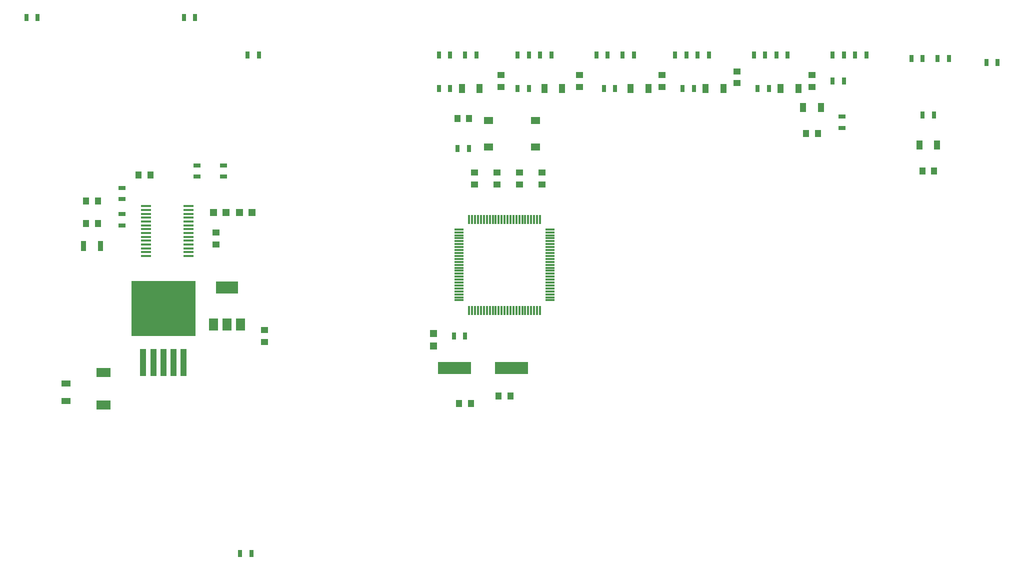
<source format=gbr>
G04 #@! TF.FileFunction,Paste,Top*
%FSLAX46Y46*%
G04 Gerber Fmt 4.6, Leading zero omitted, Abs format (unit mm)*
G04 Created by KiCad (PCBNEW 4.0.6) date 2017 August 14, Monday 10:36:18*
%MOMM*%
%LPD*%
G01*
G04 APERTURE LIST*
%ADD10C,0.100000*%
%ADD11R,1.500000X0.300000*%
%ADD12R,0.300000X1.500000*%
%ADD13R,1.250000X1.000000*%
%ADD14R,1.000000X1.250000*%
%ADD15R,1.600000X1.000000*%
%ADD16R,1.198880X1.198880*%
%ADD17R,1.000000X1.600000*%
%ADD18R,0.900000X1.700000*%
%ADD19R,2.400000X1.500000*%
%ADD20R,0.700000X1.300000*%
%ADD21R,1.300000X0.700000*%
%ADD22R,1.550000X1.300000*%
%ADD23R,1.100000X4.600000*%
%ADD24R,10.800000X9.400000*%
%ADD25R,3.800000X2.000000*%
%ADD26R,1.500000X2.000000*%
%ADD27R,1.750000X0.450000*%
%ADD28R,5.600700X2.100580*%
G04 APERTURE END LIST*
D10*
D11*
X122475000Y-75915000D03*
X122475000Y-76415000D03*
X122475000Y-76915000D03*
X122475000Y-77415000D03*
X122475000Y-77915000D03*
X122475000Y-78415000D03*
X122475000Y-78915000D03*
X122475000Y-79415000D03*
X122475000Y-79915000D03*
X122475000Y-80415000D03*
X122475000Y-80915000D03*
X122475000Y-81415000D03*
X122475000Y-81915000D03*
X122475000Y-82415000D03*
X122475000Y-82915000D03*
X122475000Y-83415000D03*
X122475000Y-83915000D03*
X122475000Y-84415000D03*
X122475000Y-84915000D03*
X122475000Y-85415000D03*
X122475000Y-85915000D03*
X122475000Y-86415000D03*
X122475000Y-86915000D03*
X122475000Y-87415000D03*
X122475000Y-87915000D03*
D12*
X124175000Y-89615000D03*
X124675000Y-89615000D03*
X125175000Y-89615000D03*
X125675000Y-89615000D03*
X126175000Y-89615000D03*
X126675000Y-89615000D03*
X127175000Y-89615000D03*
X127675000Y-89615000D03*
X128175000Y-89615000D03*
X128675000Y-89615000D03*
X129175000Y-89615000D03*
X129675000Y-89615000D03*
X130175000Y-89615000D03*
X130675000Y-89615000D03*
X131175000Y-89615000D03*
X131675000Y-89615000D03*
X132175000Y-89615000D03*
X132675000Y-89615000D03*
X133175000Y-89615000D03*
X133675000Y-89615000D03*
X134175000Y-89615000D03*
X134675000Y-89615000D03*
X135175000Y-89615000D03*
X135675000Y-89615000D03*
X136175000Y-89615000D03*
D11*
X137875000Y-87915000D03*
X137875000Y-87415000D03*
X137875000Y-86915000D03*
X137875000Y-86415000D03*
X137875000Y-85915000D03*
X137875000Y-85415000D03*
X137875000Y-84915000D03*
X137875000Y-84415000D03*
X137875000Y-83915000D03*
X137875000Y-83415000D03*
X137875000Y-82915000D03*
X137875000Y-82415000D03*
X137875000Y-81915000D03*
X137875000Y-81415000D03*
X137875000Y-80915000D03*
X137875000Y-80415000D03*
X137875000Y-79915000D03*
X137875000Y-79415000D03*
X137875000Y-78915000D03*
X137875000Y-78415000D03*
X137875000Y-77915000D03*
X137875000Y-77415000D03*
X137875000Y-76915000D03*
X137875000Y-76415000D03*
X137875000Y-75915000D03*
D12*
X136175000Y-74215000D03*
X135675000Y-74215000D03*
X135175000Y-74215000D03*
X134675000Y-74215000D03*
X134175000Y-74215000D03*
X133675000Y-74215000D03*
X133175000Y-74215000D03*
X132675000Y-74215000D03*
X132175000Y-74215000D03*
X131675000Y-74215000D03*
X131175000Y-74215000D03*
X130675000Y-74215000D03*
X130175000Y-74215000D03*
X129675000Y-74215000D03*
X129175000Y-74215000D03*
X128675000Y-74215000D03*
X128175000Y-74215000D03*
X127675000Y-74215000D03*
X127175000Y-74215000D03*
X126675000Y-74215000D03*
X126175000Y-74215000D03*
X125675000Y-74215000D03*
X125175000Y-74215000D03*
X124675000Y-74215000D03*
X124175000Y-74215000D03*
D13*
X89535000Y-92980000D03*
X89535000Y-94980000D03*
D14*
X122460000Y-105410000D03*
X124460000Y-105410000D03*
X131175000Y-104140000D03*
X129175000Y-104140000D03*
X124190000Y-57150000D03*
X122190000Y-57150000D03*
D13*
X125095000Y-68310000D03*
X125095000Y-66310000D03*
X136525000Y-68310000D03*
X136525000Y-66310000D03*
X132715000Y-68310000D03*
X132715000Y-66310000D03*
X128905000Y-68310000D03*
X128905000Y-66310000D03*
X81280000Y-78470000D03*
X81280000Y-76470000D03*
D14*
X59325000Y-74930000D03*
X61325000Y-74930000D03*
X59325000Y-71120000D03*
X61325000Y-71120000D03*
X70215000Y-66675000D03*
X68215000Y-66675000D03*
D13*
X129540000Y-51800000D03*
X129540000Y-49800000D03*
X142875000Y-49800000D03*
X142875000Y-51800000D03*
X156845000Y-49800000D03*
X156845000Y-51800000D03*
X169545000Y-49165000D03*
X169545000Y-51165000D03*
X182245000Y-49800000D03*
X182245000Y-51800000D03*
D14*
X200930000Y-66040000D03*
X202930000Y-66040000D03*
X183245000Y-59690000D03*
X181245000Y-59690000D03*
D15*
X55880000Y-105005000D03*
X55880000Y-102005000D03*
D16*
X118110000Y-93565980D03*
X118110000Y-95664020D03*
X87409020Y-73025000D03*
X85310980Y-73025000D03*
X82964020Y-73025000D03*
X80865980Y-73025000D03*
D17*
X122960000Y-52070000D03*
X125960000Y-52070000D03*
X136930000Y-52070000D03*
X139930000Y-52070000D03*
X151535000Y-52070000D03*
X154535000Y-52070000D03*
X164235000Y-52070000D03*
X167235000Y-52070000D03*
X176935000Y-52070000D03*
X179935000Y-52070000D03*
X200430000Y-61595000D03*
X203430000Y-61595000D03*
X183745000Y-55245000D03*
X180745000Y-55245000D03*
D18*
X61775000Y-78740000D03*
X58875000Y-78740000D03*
D19*
X62230000Y-100120000D03*
X62230000Y-105620000D03*
D20*
X51115000Y-40005000D03*
X49215000Y-40005000D03*
X77785000Y-40005000D03*
X75885000Y-40005000D03*
X86680000Y-46355000D03*
X88580000Y-46355000D03*
X122240000Y-62230000D03*
X124140000Y-62230000D03*
X123505000Y-93980000D03*
X121605000Y-93980000D03*
X87310000Y-130810000D03*
X85410000Y-130810000D03*
D21*
X82550000Y-65090000D03*
X82550000Y-66990000D03*
X65405000Y-73345000D03*
X65405000Y-75245000D03*
X78105000Y-65090000D03*
X78105000Y-66990000D03*
X65405000Y-68900000D03*
X65405000Y-70800000D03*
D20*
X125410000Y-46355000D03*
X123510000Y-46355000D03*
X120965000Y-46355000D03*
X119065000Y-46355000D03*
X138110000Y-46355000D03*
X136210000Y-46355000D03*
X134300000Y-46355000D03*
X132400000Y-46355000D03*
X152080000Y-46355000D03*
X150180000Y-46355000D03*
X147635000Y-46355000D03*
X145735000Y-46355000D03*
X164780000Y-46355000D03*
X162880000Y-46355000D03*
X160970000Y-46355000D03*
X159070000Y-46355000D03*
X178115000Y-46355000D03*
X176215000Y-46355000D03*
X174305000Y-46355000D03*
X172405000Y-46355000D03*
X119065000Y-52070000D03*
X120965000Y-52070000D03*
X132400000Y-52070000D03*
X134300000Y-52070000D03*
X147005000Y-52070000D03*
X148905000Y-52070000D03*
X160340000Y-52070000D03*
X162240000Y-52070000D03*
X173040000Y-52070000D03*
X174940000Y-52070000D03*
X205420000Y-46990000D03*
X203520000Y-46990000D03*
X200975000Y-46990000D03*
X199075000Y-46990000D03*
X191450000Y-46355000D03*
X189550000Y-46355000D03*
X187640000Y-46355000D03*
X185740000Y-46355000D03*
X213675000Y-47625000D03*
X211775000Y-47625000D03*
X187640000Y-50800000D03*
X185740000Y-50800000D03*
X200980000Y-56515000D03*
X202880000Y-56515000D03*
D21*
X187325000Y-58735000D03*
X187325000Y-56835000D03*
D22*
X127470000Y-57440000D03*
X135420000Y-57440000D03*
X127470000Y-61940000D03*
X135420000Y-61940000D03*
D23*
X75790000Y-98425000D03*
X74090000Y-98425000D03*
X70690000Y-98425000D03*
D24*
X72390000Y-89275000D03*
D23*
X72390000Y-98425000D03*
X68990000Y-98425000D03*
D25*
X83185000Y-85750000D03*
D26*
X83185000Y-92050000D03*
X85485000Y-92050000D03*
X80885000Y-92050000D03*
D27*
X69425000Y-71975000D03*
X69425000Y-72625000D03*
X69425000Y-73275000D03*
X69425000Y-73925000D03*
X69425000Y-74575000D03*
X69425000Y-75225000D03*
X69425000Y-75875000D03*
X69425000Y-76525000D03*
X69425000Y-77175000D03*
X69425000Y-77825000D03*
X69425000Y-78475000D03*
X69425000Y-79125000D03*
X69425000Y-79775000D03*
X69425000Y-80425000D03*
X76625000Y-80425000D03*
X76625000Y-79775000D03*
X76625000Y-79125000D03*
X76625000Y-78475000D03*
X76625000Y-77825000D03*
X76625000Y-77175000D03*
X76625000Y-76525000D03*
X76625000Y-75875000D03*
X76625000Y-75225000D03*
X76625000Y-74575000D03*
X76625000Y-73925000D03*
X76625000Y-73275000D03*
X76625000Y-72625000D03*
X76625000Y-71975000D03*
D28*
X121660351Y-99349999D03*
X131358071Y-99349999D03*
M02*

</source>
